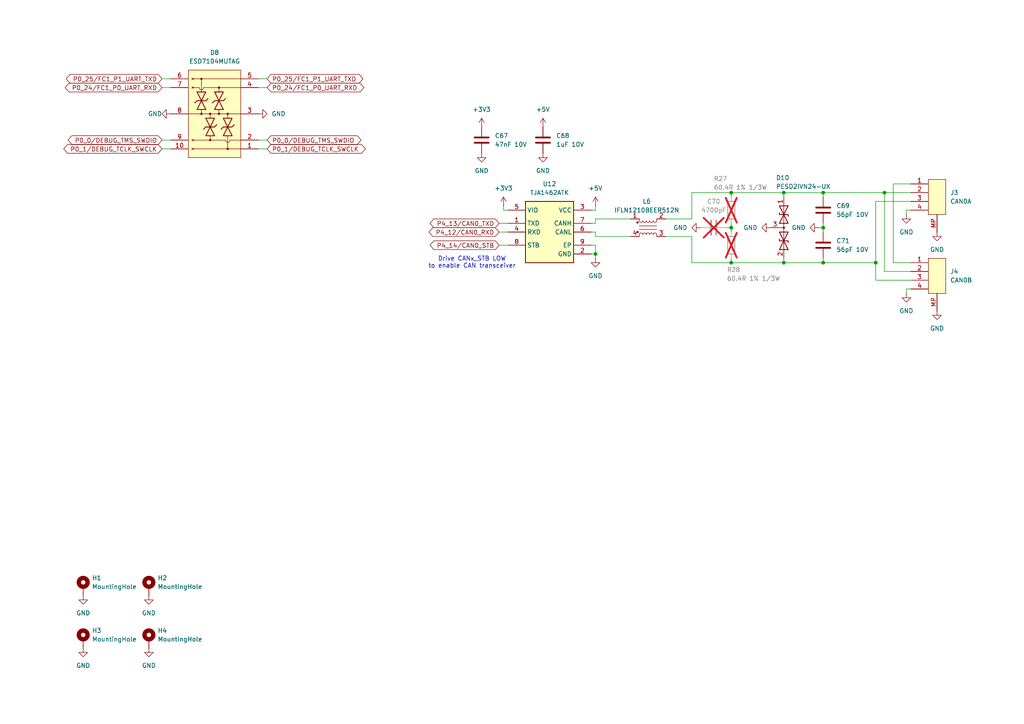
<source format=kicad_sch>
(kicad_sch (version 20250114) (generator "eeschema") (generator_version "9.0")
  (paper "A4")
  (title_block (title "MR-T1-EAP Adapter") (date "2025-08-28") (rev "X0") (company "NXP SEMICONDUCTORS B.V.") (comment 1 "Ethernet Adjacent Power Adapter") (comment 3 "DESIGNER: Iain Galloway") (comment 4 "CTO SYSTEM INNOVATIONS / MOBILE ROBOTICS DOMAIN"))
  (lib_symbols
    (symbol "Connectors:JST_GH_SM04B-GHS-TB" (pin_names (hide yes))
      (property "Reference" "J" (at 1.016 1.27 0))
      (symbol "JST_GH_SM04B-GHS-TB_1_1"
        (rectangle (start 0 0) (end 5.08 -10.16) (fill (type background)))
        (pin passive line (at -5.08 -1.27 0) (length 5.08) (name "1") (number "1"))
        (pin passive line (at -5.08 -3.81 0) (length 5.08) (name "1") (number "2"))
        (pin passive line (at -5.08 -6.35 0) (length 5.08) (name "1") (number "3"))
        (pin passive line (at -5.08 -8.89 0) (length 5.08) (name "1") (number "4"))
        (pin passive line (at 2.54 -15.24 90) (length 5.08) (name "MP") (number "MP"))
      )
    )
    (symbol "Device:C" (pin_numbers (hide yes)) (pin_names (offset 0.254))
      (property "Reference" "C" (at 0.635 2.54 0))
      (property "Value" "C" (at 0.635 -2.54 0))
      (symbol "C_0_1"
        (polyline (pts (xy -2.032 0.762) (xy 2.032 0.762)) (stroke (width 0.508)))
        (polyline (pts (xy -2.032 -0.762) (xy 2.032 -0.762)) (stroke (width 0.508)))
      )
      (symbol "C_1_1"
        (pin passive line (at 0 3.81 270) (length 2.794) (name "~") (number "1"))
        (pin passive line (at 0 -3.81 90) (length 2.794) (name "~") (number "2"))
      )
    )
    (symbol "Diodes:PESD2IVN24-UX" (pin_names (hide yes))
      (property "Reference" "D" (at 0.762 6.35 0))
      (property "Value" "PESD2IVN24-UX" (at 0.762 3.81 0))
      (symbol "PESD2IVN24-UX_0_0"
        (polyline (pts (xy 8.89 -1.27) (xy 8.89 0)))
      )
      (symbol "PESD2IVN24-UX_0_1"
        (polyline (pts (xy 2.54 1.27) (xy 7.62 -1.27) (xy 7.62 1.27) (xy 2.54 -1.27) (xy 2.54 1.27)) (stroke (width 0.254)))
        (polyline (pts (xy 2.54 0) (xy 15.24 0)))
        (polyline (pts (xy 5.588 1.27) (xy 5.08 1.27) (xy 5.08 -1.27) (xy 4.572 -1.27)) (stroke (width 0.254)))
        (circle (center 8.89 0) (radius 0.254) (fill (type outline)))
        (polyline (pts (xy 13.208 1.27) (xy 12.7 1.27) (xy 12.7 -1.27) (xy 12.192 -1.27)) (stroke (width 0.254)))
        (polyline (pts (xy 15.24 1.27) (xy 10.16 -1.27) (xy 10.16 1.27) (xy 15.24 -1.27) (xy 15.24 1.27)) (stroke (width 0.254)))
      )
      (symbol "PESD2IVN24-UX_1_1"
        (pin passive line (at 0 0 0) (length 2.54) (name "A1") (number "1"))
        (pin passive line (at 8.89 -3.81 90) (length 2.54) (name "common") (number "3"))
        (pin passive line (at 17.78 0 180) (length 2.54) (name "A2") (number "2"))
      )
    )
    (symbol "Inductors:IFLN1210BEER512N" (pin_names (hide yes))
      (property "Reference" "L" (at 4.826 1.27 0))
      (property "Value" "IFLN1210BEER512N" (at 5.08 -6.858 0))
      (symbol "IFLN1210BEER512N_0_1"
        (circle (center 2.032 -1.016) (radius 0.254) (fill (type outline)))
        (circle (center 2.032 -3.81) (radius 0.254) (fill (type outline)))
        (polyline (pts (xy 2.54 -0.508) (xy 2.54 0)))
        (polyline (pts (xy 2.54 -2.032) (xy 7.62 -2.032)))
        (polyline (pts (xy 2.54 -4.572) (xy 2.54 -5.08)))
        (arc (start 3.556 -0.508) (mid 3.048 -1.0138) (end 2.54 -0.508))
        (arc (start 2.54 -4.572) (mid 3.048 -4.0662) (end 3.556 -4.572))
        (arc (start 4.572 -0.508) (mid 4.064 -1.0138) (end 3.556 -0.508))
        (arc (start 3.556 -4.572) (mid 4.064 -4.0662) (end 4.572 -4.572))
        (arc (start 5.588 -0.508) (mid 5.08 -1.0138) (end 4.572 -0.508))
        (arc (start 4.572 -4.572) (mid 5.08 -4.0662) (end 5.588 -4.572))
        (arc (start 6.604 -0.508) (mid 6.096 -1.0138) (end 5.588 -0.508))
        (arc (start 5.588 -4.572) (mid 6.096 -4.0662) (end 6.604 -4.572))
        (arc (start 7.62 -0.508) (mid 7.112 -1.0138) (end 6.604 -0.508))
        (arc (start 6.604 -4.572) (mid 7.112 -4.0662) (end 7.62 -4.572))
        (polyline (pts (xy 7.62 0) (xy 7.62 -0.508)))
        (polyline (pts (xy 7.62 -3.048) (xy 2.54 -3.048)))
        (polyline (pts (xy 7.62 -4.572) (xy 7.62 -5.08)))
      )
      (symbol "IFLN1210BEER512N_1_1"
        (pin passive line (at 0 0 0) (length 2.54) (name "1") (number "1"))
        (pin passive line (at 0 -5.08 0) (length 2.54) (name "4") (number "4"))
        (pin passive line (at 10.16 0 180) (length 2.54) (name "2") (number "2"))
        (pin passive line (at 10.16 -5.08 180) (length 2.54) (name "3") (number "3"))
      )
    )
    (symbol "Mechanical:MountingHole_Pad" (pin_numbers (hide yes)) (pin_names (offset 1.016) (hide yes)) (exclude_from_sim yes) (in_bom no)
      (property "Reference" "H" (at 0 6.35 0))
      (property "Value" "MountingHole_Pad" (at 0 4.445 0))
      (symbol "MountingHole_Pad_0_1"
        (circle (center 0 1.27) (radius 1.27) (stroke (width 1.27)))
      )
      (symbol "MountingHole_Pad_1_1"
        (pin input line (at 0 -2.54 90) (length 2.54) (name "1") (number "1"))
      )
    )
    (symbol "Resistors:CRCW060360R4FKEAHP" (pin_numbers (hide yes)) (pin_names (offset 0))
      (property "Reference" "R" (at 2.032 0 90))
      (property "Value" "60.4R 1% 1/3W" (at -2.54 0 90))
      (symbol "CRCW060360R4FKEAHP_0_1"
        (rectangle (start -1.016 2.54) (end 1.016 -2.54) (stroke (width 0.254)))
      )
      (symbol "CRCW060360R4FKEAHP_1_1"
        (pin passive line (at 0 3.81 270) (length 1.27) (name "~") (number "1"))
        (pin passive line (at 0 -3.81 90) (length 1.27) (name "~") (number "2"))
      )
    )
    (symbol "TVS:ESD7104MUTAG" (pin_names (hide yes))
      (property "Reference" "D" (at 5.334 7.112 0))
      (property "Value" "ESD7104MUTAG" (at 5.334 4.572 0))
      (symbol "ESD7104MUTAG_0_1"
        (polyline (pts (xy 5.08 -10.16) (xy 20.32 -10.16)))
        (polyline (pts (xy 6.985 -6.985) (xy 7.62 -6.35) (xy 10.16 -6.35) (xy 10.795 -5.715)) (stroke (width 0.254)))
        (polyline (pts (xy 7.62 -3.81) (xy 8.89 -6.35) (xy 10.16 -3.81) (xy 7.62 -3.81)) (stroke (width 0.254)))
        (polyline (pts (xy 9.525 -14.605) (xy 10.16 -13.97) (xy 12.7 -13.97) (xy 13.335 -13.335)) (stroke (width 0.254)))
        (polyline (pts (xy 10.16 -8.89) (xy 8.89 -6.35) (xy 7.62 -8.89) (xy 10.16 -8.89)) (stroke (width 0.254)))
        (polyline (pts (xy 10.16 -11.43) (xy 11.43 -13.97) (xy 12.7 -11.43) (xy 10.16 -11.43)) (stroke (width 0.254)))
        (polyline (pts (xy 12.065 -6.985) (xy 12.7 -6.35) (xy 15.24 -6.35) (xy 15.875 -5.715)) (stroke (width 0.254)))
        (polyline (pts (xy 12.7 -3.81) (xy 13.97 -6.35) (xy 15.24 -3.81) (xy 12.7 -3.81)) (stroke (width 0.254)))
        (polyline (pts (xy 12.7 -16.51) (xy 11.43 -13.97) (xy 10.16 -16.51) (xy 12.7 -16.51)) (stroke (width 0.254)))
        (polyline (pts (xy 14.605 -14.605) (xy 15.24 -13.97) (xy 17.78 -13.97) (xy 18.415 -13.335)) (stroke (width 0.254)))
        (polyline (pts (xy 15.24 -8.89) (xy 13.97 -6.35) (xy 12.7 -8.89) (xy 15.24 -8.89)) (stroke (width 0.254)))
        (polyline (pts (xy 15.24 -11.43) (xy 16.51 -13.97) (xy 17.78 -11.43) (xy 15.24 -11.43)) (stroke (width 0.254)))
        (polyline (pts (xy 17.78 -16.51) (xy 16.51 -13.97) (xy 15.24 -16.51) (xy 17.78 -16.51)) (stroke (width 0.254)))
      )
      (symbol "ESD7104MUTAG_1_1"
        (rectangle (start 5.08 2.54) (end 20.32 -22.86) (fill (type background)))
        (polyline (pts (xy 6.096 0.254) (xy 6.604 -0.254)))
        (polyline (pts (xy 6.096 -0.254) (xy 6.604 0.254)))
        (polyline (pts (xy 6.096 -2.286) (xy 6.604 -2.794)))
        (polyline (pts (xy 6.096 -2.794) (xy 6.604 -2.286)))
        (polyline (pts (xy 6.096 -17.526) (xy 6.604 -18.034)))
        (polyline (pts (xy 6.096 -18.034) (xy 6.604 -17.526)))
        (polyline (pts (xy 6.096 -20.066) (xy 6.604 -20.574)))
        (polyline (pts (xy 6.096 -20.574) (xy 6.604 -20.066)))
        (polyline (pts (xy 6.35 -2.54) (xy 8.255 -2.54)))
        (polyline (pts (xy 6.35 -17.78) (xy 15.875 -17.78)))
        (polyline (pts (xy 6.35 -20.32) (xy 20.32 -20.32)))
        (polyline (pts (xy 8.89 0) (xy 8.89 -3.81)))
        (circle (center 8.89 0) (radius 0.254) (fill (type outline)))
        (arc (start 9.525 -2.54) (mid 8.89 -3.175) (end 8.255 -2.54))
        (polyline (pts (xy 8.89 -8.89) (xy 8.89 -10.16)))
        (circle (center 8.89 -10.16) (radius 0.254) (fill (type outline)))
        (polyline (pts (xy 9.525 -2.54) (xy 20.32 -2.54)))
        (polyline (pts (xy 11.43 -10.16) (xy 11.43 -11.43)))
        (circle (center 11.43 -10.16) (radius 0.254) (fill (type outline)))
        (polyline (pts (xy 11.43 -17.78) (xy 11.43 -16.51)))
        (circle (center 11.43 -17.78) (radius 0.254) (fill (type outline)))
        (polyline (pts (xy 13.97 -2.54) (xy 13.97 -3.81)))
        (circle (center 13.97 -2.54) (radius 0.254) (fill (type outline)))
        (polyline (pts (xy 13.97 -10.16) (xy 13.97 -8.89)))
        (circle (center 13.97 -10.16) (radius 0.254) (fill (type outline)))
        (polyline (pts (xy 16.51 -10.16) (xy 16.51 -11.43)))
        (circle (center 16.51 -10.16) (radius 0.254) (fill (type outline)))
        (arc (start 17.145 -17.78) (mid 16.51 -18.415) (end 15.875 -17.78))
        (polyline (pts (xy 16.51 -20.32) (xy 16.51 -16.51)))
        (circle (center 16.51 -20.32) (radius 0.254) (fill (type outline)))
        (polyline (pts (xy 17.145 -17.78) (xy 20.32 -17.78)))
        (polyline (pts (xy 20.32 0) (xy 6.35 0)))
        (pin passive line (at 0 0 0) (length 5.08) (name "NC_1") (number "6"))
        (pin passive line (at 0 -2.54 0) (length 5.08) (name "NC_2") (number "7"))
        (pin power_in line (at 0 -10.16 0) (length 5.08) (name "GND_2") (number "8"))
        (pin passive line (at 0 -17.78 0) (length 5.08) (name "NC_3") (number "9"))
        (pin passive line (at 0 -20.32 0) (length 5.08) (name "NC_4") (number "10"))
        (pin bidirectional line (at 25.4 0 180) (length 5.08) (name "IO_4") (number "5"))
        (pin bidirectional line (at 25.4 -2.54 180) (length 5.08) (name "IO_3") (number "4"))
        (pin power_in line (at 25.4 -10.16 180) (length 5.08) (name "GND_1") (number "3"))
        (pin bidirectional line (at 25.4 -17.78 180) (length 5.08) (name "IO_2") (number "2"))
        (pin bidirectional line (at 25.4 -20.32 180) (length 5.08) (name "IO_1") (number "1"))
      )
    )
    (symbol "Transceivers:TJA1462ATK"
      (property "Reference" "U" (at -6.35 10.922 0))
      (property "Value" "TJA1462ATK" (at -6.096 -9.652 0))
      (symbol "TJA1462ATK_1_1"
        (rectangle (start -6.35 8.89) (end 7.62 -8.89) (stroke (width 0.254)) (fill (type background)))
        (pin passive line (at -11.43 6.35 0) (length 5.08) (name "VIO") (number "5"))
        (pin passive line (at -11.43 2.54 0) (length 5.08) (name "TXD") (number "1"))
        (pin passive line (at -11.43 0 0) (length 5.08) (name "RXD") (number "4"))
        (pin passive line (at -11.43 -3.81 0) (length 5.08) (name "STB") (number "8"))
        (pin passive line (at 12.7 6.35 180) (length 5.08) (name "VCC") (number "3"))
        (pin passive line (at 12.7 2.54 180) (length 5.08) (name "CANH") (number "7"))
        (pin passive line (at 12.7 0 180) (length 5.08) (name "CANL") (number "6"))
        (pin passive line (at 12.7 -3.81 180) (length 5.08) (name "EP") (number "9"))
        (pin passive line (at 12.7 -6.35 180) (length 5.08) (name "GND") (number "2"))
      )
    )
    (symbol "power:+5V" (power) (pin_numbers (hide yes)) (pin_names (offset 0) (hide yes))
      (property "Value" "+5V" (at 0 3.556 0))
      (symbol "+5V_0_1"
        (polyline (pts (xy -0.762 1.27) (xy 0 2.54)))
        (polyline (pts (xy 0 2.54) (xy 0.762 1.27)))
        (polyline (pts (xy 0 0) (xy 0 2.54)))
      )
      (symbol "+5V_1_1"
        (pin power_in line (at 0 0 90) (length 0) (name "~") (number "1"))
      )
    )
    (symbol "power:GND" (power) (pin_numbers (hide yes)) (pin_names (offset 0) (hide yes))
      (property "Value" "GND" (at 0 -3.81 0))
      (symbol "GND_0_1"
        (polyline (pts (xy 0 0) (xy 0 -1.27) (xy 1.27 -1.27) (xy 0 -2.54) (xy -1.27 -1.27) (xy 0 -1.27)))
      )
      (symbol "GND_1_1"
        (pin power_in line (at 0 0 270) (length 0) (name "~") (number "1"))
      )
    )
  )
  (text "Drive CANx_STB LOW\nto enable CAN transceiver" (at 136.906 76.2 0) (effects (font (size 1.27 1.27))))
  (junction (at 227.33 76.2))
  (junction (at 238.76 55.88))
  (junction (at 254 76.2))
  (junction (at 256.54 55.88))
  (junction (at 227.33 55.88))
  (junction (at 212.09 76.2))
  (junction (at 238.76 66.04))
  (junction (at 172.72 73.66))
  (junction (at 238.76 76.2))
  (junction (at 212.09 66.04))
  (junction (at 212.09 55.88))
  (wire (pts (xy 227.33 57.15) (xy 227.33 55.88)))
  (wire (pts (xy 172.72 60.96) (xy 171.45 60.96)))
  (wire (pts (xy 254 81.28) (xy 264.16 81.28)))
  (wire (pts (xy 172.72 67.31) (xy 172.72 68.58)))
  (wire (pts (xy 200.66 76.2) (xy 200.66 68.58)))
  (wire (pts (xy 171.45 67.31) (xy 172.72 67.31)))
  (wire (pts (xy 212.09 64.77) (xy 212.09 66.04)))
  (wire (pts (xy 262.89 60.96) (xy 264.16 60.96)))
  (wire (pts (xy 77.47 40.64) (xy 74.93 40.64)))
  (wire (pts (xy 254 76.2) (xy 238.76 76.2)))
  (wire (pts (xy 200.66 55.88) (xy 212.09 55.88)))
  (wire (pts (xy 264.16 76.2) (xy 259.08 76.2)))
  (wire (pts (xy 238.76 57.15) (xy 238.76 55.88)))
  (wire (pts (xy 172.72 63.5) (xy 182.88 63.5)))
  (wire (pts (xy 212.09 66.04) (xy 212.09 67.31)))
  (wire (pts (xy 254 58.42) (xy 254 76.2)))
  (wire (pts (xy 144.78 67.31) (xy 147.32 67.31)))
  (wire (pts (xy 210.82 66.04) (xy 212.09 66.04)))
  (wire (pts (xy 77.47 25.4) (xy 74.93 25.4)))
  (wire (pts (xy 259.08 76.2) (xy 259.08 53.34)))
  (wire (pts (xy 264.16 78.74) (xy 256.54 78.74)))
  (wire (pts (xy 77.47 22.86) (xy 74.93 22.86)))
  (wire (pts (xy 254 81.28) (xy 254 76.2)))
  (wire (pts (xy 212.09 74.93) (xy 212.09 76.2)))
  (wire (pts (xy 77.47 43.18) (xy 74.93 43.18)))
  (wire (pts (xy 238.76 55.88) (xy 227.33 55.88)))
  (wire (pts (xy 212.09 76.2) (xy 227.33 76.2)))
  (wire (pts (xy 172.72 59.69) (xy 172.72 60.96)))
  (wire (pts (xy 212.09 55.88) (xy 212.09 57.15)))
  (wire (pts (xy 227.33 76.2) (xy 238.76 76.2)))
  (wire (pts (xy 238.76 66.04) (xy 238.76 67.31)))
  (wire (pts (xy 200.66 76.2) (xy 212.09 76.2)))
  (wire (pts (xy 144.78 71.12) (xy 147.32 71.12)))
  (wire (pts (xy 172.72 71.12) (xy 171.45 71.12)))
  (wire (pts (xy 46.99 40.64) (xy 49.53 40.64)))
  (wire (pts (xy 238.76 64.77) (xy 238.76 66.04)))
  (wire (pts (xy 146.05 59.69) (xy 146.05 60.96)))
  (wire (pts (xy 256.54 78.74) (xy 256.54 55.88)))
  (wire (pts (xy 171.45 73.66) (xy 172.72 73.66)))
  (wire (pts (xy 172.72 63.5) (xy 172.72 64.77)))
  (wire (pts (xy 200.66 68.58) (xy 193.04 68.58)))
  (wire (pts (xy 146.05 60.96) (xy 147.32 60.96)))
  (wire (pts (xy 237.49 66.04) (xy 238.76 66.04)))
  (wire (pts (xy 227.33 76.2) (xy 227.33 74.93)))
  (wire (pts (xy 200.66 63.5) (xy 200.66 55.88)))
  (wire (pts (xy 144.78 64.77) (xy 147.32 64.77)))
  (wire (pts (xy 238.76 76.2) (xy 238.76 74.93)))
  (wire (pts (xy 172.72 68.58) (xy 182.88 68.58)))
  (wire (pts (xy 227.33 55.88) (xy 212.09 55.88)))
  (wire (pts (xy 259.08 53.34) (xy 264.16 53.34)))
  (wire (pts (xy 256.54 55.88) (xy 264.16 55.88)))
  (wire (pts (xy 264.16 58.42) (xy 254 58.42)))
  (wire (pts (xy 262.89 62.23) (xy 262.89 60.96)))
  (wire (pts (xy 46.99 25.4) (xy 49.53 25.4)))
  (wire (pts (xy 238.76 55.88) (xy 256.54 55.88)))
  (wire (pts (xy 193.04 63.5) (xy 200.66 63.5)))
  (wire (pts (xy 262.89 83.82) (xy 264.16 83.82)))
  (wire (pts (xy 172.72 74.93) (xy 172.72 73.66)))
  (wire (pts (xy 262.89 85.09) (xy 262.89 83.82)))
  (wire (pts (xy 46.99 43.18) (xy 49.53 43.18)))
  (wire (pts (xy 172.72 64.77) (xy 171.45 64.77)))
  (wire (pts (xy 46.99 22.86) (xy 49.53 22.86)))
  (wire (pts (xy 172.72 73.66) (xy 172.72 71.12)))
  (global_label "P4_14{slash}CAN0_STB" (shape bidirectional) (at 144.78 71.12 180) (property "Intersheetrefs" "${INTERSHEET_REFS}" (at 124.1736 71.12 0) (effects (justify right))))
  (global_label "P4_12{slash}CAN0_RXD" (shape bidirectional) (at 144.78 67.31 180) (property "Intersheetrefs" "${INTERSHEET_REFS}" (at 123.8712 67.31 0) (effects (justify right))))
  (global_label "P0_1{slash}DEBUG_TCLK_SWCLK" (shape bidirectional) (at 77.47 43.18 0) (property "Intersheetrefs" "${INTERSHEET_REFS}" (at 106.543 43.18 0) (effects (justify left))))
  (global_label "P0_0{slash}DEBUG_TMS_SWDIO" (shape bidirectional) (at 77.47 40.64 0) (property "Intersheetrefs" "${INTERSHEET_REFS}" (at 105.273 40.64 0) (effects (justify left))))
  (global_label "P0_1{slash}DEBUG_TCLK_SWCLK" (shape bidirectional) (at 46.99 43.18 180) (property "Intersheetrefs" "${INTERSHEET_REFS}" (at 17.917 43.18 0) (effects (justify right))))
  (global_label "P0_24{slash}FC1_P0_UART_RXD" (shape bidirectional) (at 46.99 25.4 180) (property "Intersheetrefs" "${INTERSHEET_REFS}" (at 18.3403 25.4 0) (effects (justify right))))
  (global_label "P4_13{slash}CAN0_TXD" (shape bidirectional) (at 144.78 64.77 180) (property "Intersheetrefs" "${INTERSHEET_REFS}" (at 124.1736 64.77 0) (effects (justify right))))
  (global_label "P0_24{slash}FC1_P0_UART_RXD" (shape bidirectional) (at 77.47 25.4 0) (property "Intersheetrefs" "${INTERSHEET_REFS}" (at 106.1197 25.4 0) (effects (justify left))))
  (global_label "P0_25{slash}FC1_P1_UART_TXD" (shape bidirectional) (at 77.47 22.86 0) (property "Intersheetrefs" "${INTERSHEET_REFS}" (at 105.8173 22.86 0) (effects (justify left))))
  (global_label "P0_25{slash}FC1_P1_UART_TXD" (shape bidirectional) (at 46.99 22.86 180) (property "Intersheetrefs" "${INTERSHEET_REFS}" (at 18.6427 22.86 0) (effects (justify right))))
  (global_label "P0_0{slash}DEBUG_TMS_SWDIO" (shape bidirectional) (at 46.99 40.64 180) (property "Intersheetrefs" "${INTERSHEET_REFS}" (at 19.187 40.64 0) (effects (justify right))))
  (symbol (lib_id "Mechanical:MountingHole_Pad") (at 43.18 185.42 0) (unit 1) (exclude_from_sim yes) (in_bom no)
    (property "Reference" "H4" (at 45.72 182.8799 0) (effects (justify left)))
    (property "Value" "MountingHole" (at 45.72 185.4199 0) (effects (justify left)))
    (property "Footprint" "MountingHole:MountingHole_3.2mm_M3_DIN965_Pad" (effects (hide yes)))
    (property "Description" "Mounting Hole with connection" (effects (hide yes)))
  )
  (symbol (lib_id "power:GND") (at 43.18 187.96 0) (unit 1)
    (property "Reference" "#PWR0237" (effects (hide yes)))
    (property "Value" "GND" (at 43.18 193.04 0))
    (property "Description" "Power symbol creates a global label with name \"GND\" , ground" (effects (hide yes)))
  )
  (symbol (lib_id "Resistors:CRCW060360R4FKEAHP") (at 212.09 71.12 0) (unit 1) (dnp yes)
    (property "Reference" "R28" (at 210.82 78.232 0) (effects (justify left)))
    (property "Value" "60.4R 1% 1/3W" (at 210.82 80.772 0) (effects (justify left)))
    (property "Footprint" "Resistor_SMD:R_0603_1608Metric" (effects (hide yes)))
    (property "Datasheet" "https://www.vishay.com/docs/20043/crcwhpe3.pdf" (effects (hide yes)))
    (property "Description" "CRCW060360R4FKEAHP 60.4 Ohms ±1% 0.333W, 1/3W Chip Resistor 0603 (1608 Metric) Automotive AEC-Q200, Pulse Withstanding Thick Film" (effects (hide yes)))
    (property "MF" "Vishay Dale" (effects (hide yes)))
    (property "MFPN" "CRCW060360R4FKEAHP" (effects (hide yes)))
  )
  (symbol (lib_id "Connectors:JST_GH_SM04B-GHS-TB") (at 269.24 52.07 0) (unit 1)
    (property "Reference" "J3" (at 275.59 55.8799 0) (effects (justify left)))
    (property "Value" "CAN0A" (at 275.59 58.4199 0) (effects (justify left)))
    (property "Footprint" "Connector_JST:JST_GH_SM04B-GHS-TB_1x04-1MP_P1.25mm_Horizontal" (effects (hide yes)))
    (property "MF" "JST" (effects (hide yes)))
    (property "MFPN" "SM04B-GHS-TB(LF)(SN)" (effects (hide yes)))
    (property "DigiKey" "455-1566-1-ND" (effects (hide yes)))
    (property "JLCPCB" "C189895" (effects (hide yes)))
  )
  (symbol (lib_id "power:GND") (at 262.89 62.23 0) (unit 1)
    (property "Reference" "#PWR0134" (effects (hide yes)))
    (property "Value" "GND" (at 262.89 67.31 0))
    (property "Description" "Power symbol creates a global label with name \"GND\" , ground" (effects (hide yes)))
  )
  (symbol (lib_id "power:GND") (at 49.53 33.02 270) (unit 1)
    (property "Reference" "#PWR0126" (effects (hide yes)))
    (property "Value" "GND" (at 46.99 33.0199 90) (effects (justify right)))
    (property "Description" "Power symbol creates a global label with name \"GND\" , ground" (effects (hide yes)))
  )
  (symbol (lib_id "power:+5V") (at 139.7 36.83 0) (unit 1)
    (property "Reference" "#PWR0128" (effects (hide yes)))
    (property "Value" "+3V3" (at 139.7 31.75 0))
    (property "Description" "Power symbol creates a global label with name \"+5V\"" (effects (hide yes)))
  )
  (symbol (lib_id "Transceivers:TJA1462ATK") (at 158.75 67.31 0) (unit 1)
    (property "Reference" "U12" (at 159.385 53.34 0))
    (property "Value" "TJA1462ATK" (at 159.385 55.88 0))
    (property "Footprint" "NXP_HV:SON65P300X300X100-9N-D" (effects (hide yes)))
    (property "Datasheet" "https://www.nxp.com/docs/en/data-sheet/TJA1462.pdf" (effects (hide yes)))
    (property "Description" "CAN FD signal improvement transceiver with Standby mode" (effects (hide yes)))
    (property "MF" "NXP USA Inc." (effects (hide yes)))
    (property "MFPN" "TJA1462ATK/0Z" (effects (hide yes)))
    (property "JLCPCB" "C3229259" (effects (hide yes)))
    (property "DigiKey" "568-TJA1462ATK/0ZCT-ND" (effects (hide yes)))
  )
  (symbol (lib_id "Mechanical:MountingHole_Pad") (at 43.18 170.18 0) (unit 1) (exclude_from_sim yes) (in_bom no)
    (property "Reference" "H2" (at 45.72 167.6399 0) (effects (justify left)))
    (property "Value" "MountingHole" (at 45.72 170.1799 0) (effects (justify left)))
    (property "Footprint" "MountingHole:MountingHole_3.2mm_M3_DIN965_Pad" (effects (hide yes)))
    (property "Description" "Mounting Hole with connection" (effects (hide yes)))
  )
  (symbol (lib_id "power:+5V") (at 146.05 59.69 0) (unit 1)
    (property "Reference" "#PWR0132" (effects (hide yes)))
    (property "Value" "+3V3" (at 146.05 54.61 0))
    (property "Description" "Power symbol creates a global label with name \"+5V\"" (effects (hide yes)))
  )
  (symbol (lib_id "Device:C") (at 238.76 71.12 0) (unit 1)
    (property "Reference" "C71" (at 242.57 69.8499 0) (effects (justify left)))
    (property "Value" "56pF 10V" (at 242.57 72.3899 0) (effects (justify left)))
    (property "Footprint" "Capacitor_SMD:C_0402_1005Metric" (effects (hide yes)))
    (property "Description" "Unpolarized capacitor" (effects (hide yes)))
    (property "MF" "YAGEO" (effects (hide yes)))
    (property "MFPN" "CC0402JRNPO9BN560" (effects (hide yes)))
    (property "JLCPCB" "C107007 " (effects (hide yes)))
    (property "DigiKey" "311-1022-1-ND " (effects (hide yes)))
  )
  (symbol (lib_id "power:+5V") (at 172.72 59.69 0) (unit 1)
    (property "Reference" "#PWR0133" (effects (hide yes)))
    (property "Value" "+5V" (at 172.72 54.61 0))
    (property "Description" "Power symbol creates a global label with name \"+5V\"" (effects (hide yes)))
  )
  (symbol (lib_id "power:GND") (at 157.48 44.45 0) (unit 1)
    (property "Reference" "#PWR0131" (effects (hide yes)))
    (property "Value" "GND" (at 157.48 49.53 0))
    (property "Description" "Power symbol creates a global label with name \"GND\" , ground" (effects (hide yes)))
  )
  (symbol (lib_id "Resistors:CRCW060360R4FKEAHP") (at 212.09 60.96 0) (unit 1) (dnp yes)
    (property "Reference" "R27" (at 207.01 51.816 0) (effects (justify left)))
    (property "Value" "60.4R 1% 1/3W" (at 207.01 54.356 0) (effects (justify left)))
    (property "Footprint" "Resistor_SMD:R_0603_1608Metric" (effects (hide yes)))
    (property "Datasheet" "https://www.vishay.com/docs/20043/crcwhpe3.pdf" (effects (hide yes)))
    (property "Description" "CRCW060360R4FKEAHP 60.4 Ohms ±1% 0.333W, 1/3W Chip Resistor 0603 (1608 Metric) Automotive AEC-Q200, Pulse Withstanding Thick Film" (effects (hide yes)))
    (property "MF" "Vishay Dale" (effects (hide yes)))
    (property "MFPN" "CRCW060360R4FKEAHP" (effects (hide yes)))
  )
  (symbol (lib_id "power:GND") (at 271.78 90.17 0) (unit 1)
    (property "Reference" "#PWR0144" (effects (hide yes)))
    (property "Value" "GND" (at 271.78 95.25 0))
    (property "Description" "Power symbol creates a global label with name \"GND\" , ground" (effects (hide yes)))
  )
  (symbol (lib_id "TVS:ESD7104MUTAG") (at 49.53 22.86 0) (unit 1)
    (property "Reference" "D8" (at 62.23 15.24 0))
    (property "Value" "ESD7104MUTAG" (at 62.23 17.78 0))
    (property "Footprint" "TVS:ESD8104MUTAG" (effects (hide yes)))
    (property "Datasheet" "https://www.onsemi.com/pub/Collateral/ESD7104-D.PDF" (effects (hide yes)))
    (property "Description" "SZESD7104MTWTAG Wettable Flank Package; Low ESD Clamping Voltage; SZ Prefix for Automotive and Other Applications Requiring Unique Site and Control Change Requirements; AECQ101 Qualified and PPAP Capable; These Devices are PbFree, Halogen Free/BFR Free and are RoHS Compliant; Low Capacitance (0.3 pF Typical, I/O to GND); IEC6100042 (ESD): Level 4" (effects (hide yes)))
    (property "MF" "onsemi" (effects (hide yes)))
    (property "MFPN" "ESD7104MUTAG" (effects (hide yes)))
    (property "JLCPCB" "C328026" (effects (hide yes)))
    (property "DigiKey" "ESD7104MUTAGOSCT-ND " (effects (hide yes)))
  )
  (symbol (lib_id "Device:C") (at 238.76 60.96 0) (unit 1)
    (property "Reference" "C69" (at 242.57 59.6899 0) (effects (justify left)))
    (property "Value" "56pF 10V" (at 242.57 62.2299 0) (effects (justify left)))
    (property "Footprint" "Capacitor_SMD:C_0402_1005Metric" (effects (hide yes)))
    (property "Description" "Unpolarized capacitor" (effects (hide yes)))
    (property "MF" "YAGEO" (effects (hide yes)))
    (property "MFPN" "CC0402JRNPO9BN560" (effects (hide yes)))
    (property "JLCPCB" "C107007 " (effects (hide yes)))
    (property "DigiKey" "311-1022-1-ND " (effects (hide yes)))
  )
  (symbol (lib_id "Inductors:IFLN1210BEER512N") (at 182.88 63.5 0) (unit 1)
    (property "Reference" "L6" (at 187.579 58.42 0))
    (property "Value" "IFLN1210BEER512N" (at 187.579 60.96 0))
    (property "Footprint" "Inductors:IFLN1210BEER512N" (effects (hide yes)))
    (property "Datasheet" "https://www.vishay.com/docs/34626/ifln-1210be.pdf" (effects (hide yes)))
    (property "Description" "100 µH @ 100 kHz 2 Line Common Mode Choke Surface Mount 11 kOhms @ 100 MHz 150mA (Typ) DCR 1.5Ohm" (effects (hide yes)))
    (property "MF" "Vishay Dale" (effects (hide yes)))
    (property "MFPN" "IFLN1210BEER512N" (effects (hide yes)))
    (property "DigiKey" "541-IFLN1210BEER512NCT-ND" (effects (hide yes)))
    (property "JLCPCB" "-" (effects (hide yes)))
  )
  (symbol (lib_id "power:GND") (at 74.93 33.02 90) (unit 1)
    (property "Reference" "#PWR0127" (effects (hide yes)))
    (property "Value" "GND" (at 78.74 33.0199 90) (effects (justify right)))
    (property "Description" "Power symbol creates a global label with name \"GND\" , ground" (effects (hide yes)))
  )
  (symbol (lib_id "Diodes:PESD2IVN24-UX") (at 227.33 57.15 270) (unit 1)
    (property "Reference" "D10" (at 225.044 51.562 90) (effects (justify left)))
    (property "Value" "PESD2IVN24-UX" (at 225.044 54.102 90) (effects (justify left)))
    (property "Footprint" "Package_TO_SOT_SMD:SOT-323_SC-70" (effects (hide yes)))
    (property "Datasheet" "https://assets.nexperia.com/documents/data-sheet/PESD2IVN24-U.pdf" (effects (hide yes)))
    (property "Description" "ESD protection for In-vehicle networks SOT323 SC-70 VRWM = 24 V -55C ~ 150C" (effects (hide yes)))
    (property "MF" "Nexperia" (effects (hide yes)))
    (property "MFPN" "PESD2IVN24-UX" (effects (hide yes)))
    (property "JLCPCB" "C552496" (effects (hide yes)))
    (property "DigiKey" "1727-7665-1-ND " (effects (hide yes)))
  )
  (symbol (lib_id "Device:C") (at 207.01 66.04 90) (unit 1) (dnp yes)
    (property "Reference" "C70" (at 207.01 58.42 90))
    (property "Value" "4700pF" (at 207.01 60.96 90))
    (property "Footprint" "Capacitor_SMD:C_0402_1005Metric" (effects (hide yes)))
    (property "Description" "Unpolarized capacitor" (effects (hide yes)))
    (property "MF" "YAGEO" (effects (hide yes)))
    (property "MFPN" "CC0402KRX7R9BB472" (effects (hide yes)))
  )
  (symbol (lib_id "Mechanical:MountingHole_Pad") (at 24.13 170.18 0) (unit 1) (exclude_from_sim yes) (in_bom no)
    (property "Reference" "H1" (at 26.67 167.6399 0) (effects (justify left)))
    (property "Value" "MountingHole" (at 26.67 170.1799 0) (effects (justify left)))
    (property "Footprint" "MountingHole:MountingHole_3.2mm_M3_DIN965_Pad" (effects (hide yes)))
    (property "Description" "Mounting Hole with connection" (effects (hide yes)))
  )
  (symbol (lib_id "power:GND") (at 172.72 74.93 0) (unit 1)
    (property "Reference" "#PWR0141" (effects (hide yes)))
    (property "Value" "GND" (at 172.72 80.01 0))
    (property "Description" "Power symbol creates a global label with name \"GND\" , ground" (effects (hide yes)))
  )
  (symbol (lib_id "power:GND") (at 24.13 172.72 0) (unit 1)
    (property "Reference" "#PWR0235" (effects (hide yes)))
    (property "Value" "GND" (at 24.13 177.8 0))
    (property "Description" "Power symbol creates a global label with name \"GND\" , ground" (effects (hide yes)))
  )
  (symbol (lib_id "power:GND") (at 262.89 85.09 0) (unit 1)
    (property "Reference" "#PWR0142" (effects (hide yes)))
    (property "Value" "GND" (at 262.89 90.17 0))
    (property "Description" "Power symbol creates a global label with name \"GND\" , ground" (effects (hide yes)))
  )
  (symbol (lib_id "power:GND") (at 43.18 172.72 0) (unit 1)
    (property "Reference" "#PWR0236" (effects (hide yes)))
    (property "Value" "GND" (at 43.18 177.8 0))
    (property "Description" "Power symbol creates a global label with name \"GND\" , ground" (effects (hide yes)))
  )
  (symbol (lib_id "power:+5V") (at 157.48 36.83 0) (unit 1)
    (property "Reference" "#PWR0129" (effects (hide yes)))
    (property "Value" "+5V" (at 157.48 31.75 0))
    (property "Description" "Power symbol creates a global label with name \"+5V\"" (effects (hide yes)))
  )
  (symbol (lib_id "Device:C") (at 139.7 40.64 0) (unit 1)
    (property "Reference" "C67" (at 143.51 39.3699 0) (effects (justify left)))
    (property "Value" "47nF 10V" (at 143.51 41.9099 0) (effects (justify left)))
    (property "Footprint" "Capacitor_SMD:C_0402_1005Metric" (effects (hide yes)))
    (property "Description" "Unpolarized capacitor" (effects (hide yes)))
    (property "MF" "Murata Electronics" (effects (hide yes)))
    (property "MFPN" "GRM155R71C473KA01D" (effects (hide yes)))
    (property "JLCPCB" "C77012" (effects (hide yes)))
    (property "DigiKey" "490-6335-1-ND " (effects (hide yes)))
  )
  (symbol (lib_id "power:GND") (at 24.13 187.96 0) (unit 1)
    (property "Reference" "#PWR0238" (effects (hide yes)))
    (property "Value" "GND" (at 24.13 193.04 0))
    (property "Description" "Power symbol creates a global label with name \"GND\" , ground" (effects (hide yes)))
  )
  (symbol (lib_id "Mechanical:MountingHole_Pad") (at 24.13 185.42 0) (unit 1) (exclude_from_sim yes) (in_bom no)
    (property "Reference" "H3" (at 26.67 182.8799 0) (effects (justify left)))
    (property "Value" "MountingHole" (at 26.67 185.4199 0) (effects (justify left)))
    (property "Footprint" "MountingHole:MountingHole_3.2mm_M3_DIN965_Pad" (effects (hide yes)))
    (property "Description" "Mounting Hole with connection" (effects (hide yes)))
  )
  (symbol (lib_id "power:GND") (at 223.52 66.04 270) (unit 1)
    (property "Reference" "#PWR0138" (effects (hide yes)))
    (property "Value" "GND" (at 219.71 66.0399 90) (effects (justify right)))
    (property "Description" "Power symbol creates a global label with name \"GND\" , ground" (effects (hide yes)))
  )
  (symbol (lib_id "power:GND") (at 271.78 67.31 0) (unit 1)
    (property "Reference" "#PWR0140" (effects (hide yes)))
    (property "Value" "GND" (at 271.78 72.39 0))
    (property "Description" "Power symbol creates a global label with name \"GND\" , ground" (effects (hide yes)))
  )
  (symbol (lib_id "power:GND") (at 139.7 44.45 0) (unit 1)
    (property "Reference" "#PWR0130" (effects (hide yes)))
    (property "Value" "GND" (at 139.7 49.53 0))
    (property "Description" "Power symbol creates a global label with name \"GND\" , ground" (effects (hide yes)))
  )
  (symbol (lib_id "power:GND") (at 237.49 66.04 270) (unit 1)
    (property "Reference" "#PWR0139" (effects (hide yes)))
    (property "Value" "GND" (at 233.68 66.0399 90) (effects (justify right)))
    (property "Description" "Power symbol creates a global label with name \"GND\" , ground" (effects (hide yes)))
  )
  (symbol (lib_id "power:GND") (at 203.2 66.04 270) (unit 1)
    (property "Reference" "#PWR0137" (effects (hide yes)))
    (property "Value" "GND" (at 199.39 66.0399 90) (effects (justify right)))
    (property "Description" "Power symbol creates a global label with name \"GND\" , ground" (effects (hide yes)))
  )
  (symbol (lib_id "Device:C") (at 157.48 40.64 0) (unit 1)
    (property "Reference" "C68" (at 161.29 39.3699 0) (effects (justify left)))
    (property "Value" "1uF 10V" (at 161.29 41.9099 0) (effects (justify left)))
    (property "Footprint" "Capacitor_SMD:C_0402_1005Metric" (effects (hide yes)))
    (property "Description" "Unpolarized capacitor" (effects (hide yes)))
    (property "MF" "Murata Electronics" (effects (hide yes)))
    (property "MFPN" "GRM155Z71A105KE01D" (effects (hide yes)))
    (property "JLCPCB" "C528974" (effects (hide yes)))
    (property "DigiKey" "490-GRM155Z71A105KE01DCT-ND " (effects (hide yes)))
  )
  (symbol (lib_id "Connectors:JST_GH_SM04B-GHS-TB") (at 269.24 74.93 0) (unit 1)
    (property "Reference" "J4" (at 275.59 78.7399 0) (effects (justify left)))
    (property "Value" "CAN0B" (at 275.59 81.2799 0) (effects (justify left)))
    (property "Footprint" "Connector_JST:JST_GH_SM04B-GHS-TB_1x04-1MP_P1.25mm_Horizontal" (effects (hide yes)))
    (property "MF" "JST" (effects (hide yes)))
    (property "MFPN" "SM04B-GHS-TB(LF)(SN)" (effects (hide yes)))
    (property "DigiKey" "455-1566-1-ND" (effects (hide yes)))
    (property "JLCPCB" "C189895" (effects (hide yes)))
  )
)
</source>
